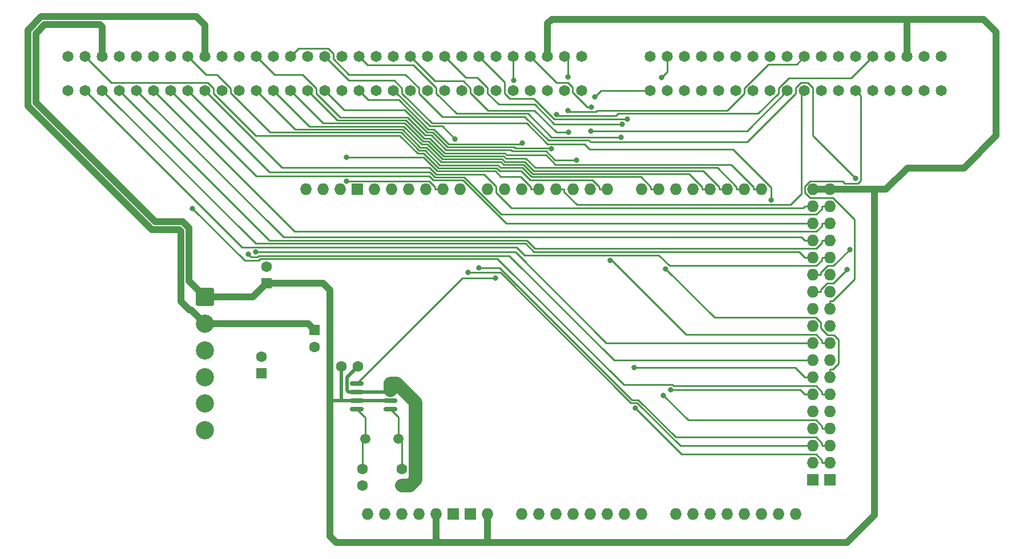
<source format=gbr>
%TF.GenerationSoftware,KiCad,Pcbnew,(6.0.11)*%
%TF.CreationDate,2023-03-11T14:29:23-07:00*%
%TF.ProjectId,arduino-mega-isa-shield,61726475-696e-46f2-9d6d-6567612d6973,rev?*%
%TF.SameCoordinates,Original*%
%TF.FileFunction,Copper,L1,Top*%
%TF.FilePolarity,Positive*%
%FSLAX46Y46*%
G04 Gerber Fmt 4.6, Leading zero omitted, Abs format (unit mm)*
G04 Created by KiCad (PCBNEW (6.0.11)) date 2023-03-11 14:29:23*
%MOMM*%
%LPD*%
G01*
G04 APERTURE LIST*
G04 Aperture macros list*
%AMRoundRect*
0 Rectangle with rounded corners*
0 $1 Rounding radius*
0 $2 $3 $4 $5 $6 $7 $8 $9 X,Y pos of 4 corners*
0 Add a 4 corners polygon primitive as box body*
4,1,4,$2,$3,$4,$5,$6,$7,$8,$9,$2,$3,0*
0 Add four circle primitives for the rounded corners*
1,1,$1+$1,$2,$3*
1,1,$1+$1,$4,$5*
1,1,$1+$1,$6,$7*
1,1,$1+$1,$8,$9*
0 Add four rect primitives between the rounded corners*
20,1,$1+$1,$2,$3,$4,$5,0*
20,1,$1+$1,$4,$5,$6,$7,0*
20,1,$1+$1,$6,$7,$8,$9,0*
20,1,$1+$1,$8,$9,$2,$3,0*%
G04 Aperture macros list end*
%TA.AperFunction,ComponentPad*%
%ADD10C,1.600000*%
%TD*%
%TA.AperFunction,ComponentPad*%
%ADD11R,1.600000X1.600000*%
%TD*%
%TA.AperFunction,ComponentPad*%
%ADD12C,1.500000*%
%TD*%
%TA.AperFunction,ComponentPad*%
%ADD13O,1.727200X1.727200*%
%TD*%
%TA.AperFunction,ComponentPad*%
%ADD14R,1.727200X1.727200*%
%TD*%
%TA.AperFunction,ComponentPad*%
%ADD15C,1.651000*%
%TD*%
%TA.AperFunction,ComponentPad*%
%ADD16RoundRect,0.250001X-1.099999X1.099999X-1.099999X-1.099999X1.099999X-1.099999X1.099999X1.099999X0*%
%TD*%
%TA.AperFunction,ComponentPad*%
%ADD17C,2.700000*%
%TD*%
%TA.AperFunction,SMDPad,CuDef*%
%ADD18RoundRect,0.150000X0.825000X0.150000X-0.825000X0.150000X-0.825000X-0.150000X0.825000X-0.150000X0*%
%TD*%
%TA.AperFunction,ViaPad*%
%ADD19C,0.800000*%
%TD*%
%TA.AperFunction,Conductor*%
%ADD20C,0.500000*%
%TD*%
%TA.AperFunction,Conductor*%
%ADD21C,1.000000*%
%TD*%
%TA.AperFunction,Conductor*%
%ADD22C,0.250000*%
%TD*%
%TA.AperFunction,Conductor*%
%ADD23C,2.000000*%
%TD*%
G04 APERTURE END LIST*
D10*
%TO.P,C6,1*%
%TO.N,+5V*%
X101981000Y-92075000D03*
%TO.P,C6,2*%
%TO.N,GND*%
X104481000Y-92075000D03*
%TD*%
D11*
%TO.P,C2,1*%
%TO.N,+12V*%
X98044000Y-86701600D03*
D10*
%TO.P,C2,2*%
%TO.N,GND*%
X98044000Y-89201600D03*
%TD*%
D11*
%TO.P,C1,1*%
%TO.N,+5V*%
X90932000Y-79756000D03*
D10*
%TO.P,C1,2*%
%TO.N,GND*%
X90932000Y-77256000D03*
%TD*%
%TO.P,C4,1*%
%TO.N,Net-(C4-Pad1)*%
X110998000Y-107335000D03*
%TO.P,C4,2*%
%TO.N,GND*%
X110998000Y-109835000D03*
%TD*%
D11*
%TO.P,C3,1*%
%TO.N,GND*%
X90170000Y-93130400D03*
D10*
%TO.P,C3,2*%
%TO.N,-12V*%
X90170000Y-90630400D03*
%TD*%
D12*
%TO.P,Y1,1,1*%
%TO.N,Net-(C4-Pad1)*%
X110474000Y-102870000D03*
%TO.P,Y1,2,2*%
%TO.N,Net-(C5-Pad1)*%
X105594000Y-102870000D03*
%TD*%
D13*
%TO.P,XA1,*%
%TO.N,*%
X105918000Y-114046000D03*
%TO.P,XA1,3V3,3.3V*%
%TO.N,unconnected-(XA1-Pad3V3)*%
X113538000Y-114046000D03*
%TO.P,XA1,5V1,5V*%
%TO.N,+5V*%
X116078000Y-114046000D03*
%TO.P,XA1,5V3,5V*%
X171958000Y-65786000D03*
%TO.P,XA1,5V4,5V*%
X174498000Y-65786000D03*
%TO.P,XA1,A0,A0*%
%TO.N,/A8*%
X128778000Y-114046000D03*
%TO.P,XA1,A1,A1*%
%TO.N,/A9*%
X131318000Y-114046000D03*
%TO.P,XA1,A2,A2*%
%TO.N,/A10*%
X133858000Y-114046000D03*
%TO.P,XA1,A3,A3*%
%TO.N,/A11*%
X136398000Y-114046000D03*
%TO.P,XA1,A4,A4*%
%TO.N,/A12*%
X138938000Y-114046000D03*
%TO.P,XA1,A5,A5*%
%TO.N,/A13*%
X141478000Y-114046000D03*
%TO.P,XA1,A6,A6*%
%TO.N,/A14*%
X144018000Y-114046000D03*
%TO.P,XA1,A7,A7*%
%TO.N,/A15*%
X146558000Y-114046000D03*
%TO.P,XA1,A8,A8*%
%TO.N,/LA23*%
X151638000Y-114046000D03*
%TO.P,XA1,A9,A9*%
%TO.N,/LA22*%
X154178000Y-114046000D03*
%TO.P,XA1,A10,A10*%
%TO.N,/LA21*%
X156718000Y-114046000D03*
%TO.P,XA1,A11,A11*%
%TO.N,/LA20*%
X159258000Y-114046000D03*
%TO.P,XA1,A12,A12*%
%TO.N,/LA19*%
X161798000Y-114046000D03*
%TO.P,XA1,A13,A13*%
%TO.N,/LA18*%
X164338000Y-114046000D03*
%TO.P,XA1,A14,A14*%
%TO.N,/LA17*%
X166878000Y-114046000D03*
%TO.P,XA1,A15,A15*%
%TO.N,/PK7*%
X169418000Y-114046000D03*
%TO.P,XA1,AREF,AREF*%
%TO.N,unconnected-(XA1-PadAREF)*%
X101854000Y-65786000D03*
%TO.P,XA1,D0,D0_RX0*%
%TO.N,/PE0*%
X141478000Y-65786000D03*
%TO.P,XA1,D1,D1_TX0*%
%TO.N,/ALE*%
X138938000Y-65786000D03*
%TO.P,XA1,D2,D2_INT0*%
%TO.N,/PE4*%
X136398000Y-65786000D03*
%TO.P,XA1,D3,D3_INT1*%
%TO.N,/PE5*%
X133858000Y-65786000D03*
%TO.P,XA1,D4,D4*%
%TO.N,/PG5*%
X131318000Y-65786000D03*
%TO.P,XA1,D5,D5*%
%TO.N,/PE3*%
X128778000Y-65786000D03*
%TO.P,XA1,D6,D6*%
%TO.N,/PH3*%
X126238000Y-65786000D03*
%TO.P,XA1,D7,D7*%
%TO.N,/PH4*%
X123698000Y-65786000D03*
%TO.P,XA1,D8,D8*%
%TO.N,/PH5*%
X119634000Y-65786000D03*
%TO.P,XA1,D9,D9*%
%TO.N,/PH6*%
X117094000Y-65786000D03*
%TO.P,XA1,D10,D10*%
%TO.N,/A4*%
X114554000Y-65786000D03*
%TO.P,XA1,D11,D11*%
%TO.N,/A5*%
X112014000Y-65786000D03*
%TO.P,XA1,D12,D12*%
%TO.N,/A6*%
X109474000Y-65786000D03*
%TO.P,XA1,D13,D13*%
%TO.N,/A7*%
X106934000Y-65786000D03*
%TO.P,XA1,D14,D14_TX3*%
%TO.N,/PJ1*%
X146558000Y-65786000D03*
%TO.P,XA1,D15,D15_RX3*%
%TO.N,/PJ0*%
X149098000Y-65786000D03*
%TO.P,XA1,D16,D16_TX2*%
%TO.N,/PH1*%
X151638000Y-65786000D03*
%TO.P,XA1,D17,D17_RX2*%
%TO.N,/PH0*%
X154178000Y-65786000D03*
%TO.P,XA1,D18,D18_TX1*%
%TO.N,/A19*%
X156718000Y-65786000D03*
%TO.P,XA1,D19,D19_RX1*%
%TO.N,/A18*%
X159258000Y-65786000D03*
%TO.P,XA1,D20,D20_SDA*%
%TO.N,/A17*%
X161798000Y-65786000D03*
%TO.P,XA1,D21,D21_SCL*%
%TO.N,/A16*%
X164338000Y-65786000D03*
%TO.P,XA1,D22,D22*%
%TO.N,/D0*%
X171958000Y-68326000D03*
%TO.P,XA1,D23,D23*%
%TO.N,/D1*%
X174498000Y-68326000D03*
%TO.P,XA1,D24,D24*%
%TO.N,/D2*%
X171958000Y-70866000D03*
%TO.P,XA1,D25,D25*%
%TO.N,/D3*%
X174498000Y-70866000D03*
%TO.P,XA1,D26,D26*%
%TO.N,/D4*%
X171958000Y-73406000D03*
%TO.P,XA1,D27,D27*%
%TO.N,/D5*%
X174498000Y-73406000D03*
%TO.P,XA1,D28,D28*%
%TO.N,/D6*%
X171958000Y-75946000D03*
%TO.P,XA1,D29,D29*%
%TO.N,/D7*%
X174498000Y-75946000D03*
%TO.P,XA1,D30,D30*%
%TO.N,/PC7*%
X171958000Y-78486000D03*
%TO.P,XA1,D31,D31*%
%TO.N,/PC6*%
X174498000Y-78486000D03*
%TO.P,XA1,D32,D32*%
%TO.N,/PC5*%
X171958000Y-81026000D03*
%TO.P,XA1,D33,D33*%
%TO.N,/PC4*%
X174498000Y-81026000D03*
%TO.P,XA1,D34,D34*%
%TO.N,/PC3*%
X171958000Y-83566000D03*
%TO.P,XA1,D35,D35*%
%TO.N,/PC2*%
X174498000Y-83566000D03*
%TO.P,XA1,D36,D36*%
%TO.N,/PC1*%
X171958000Y-86106000D03*
%TO.P,XA1,D37,D37*%
%TO.N,/PC0*%
X174498000Y-86106000D03*
%TO.P,XA1,D38,D38*%
%TO.N,/AEN*%
X171958000Y-88646000D03*
%TO.P,XA1,D39,D39*%
%TO.N,/PG2*%
X174498000Y-88646000D03*
%TO.P,XA1,D40,D40*%
%TO.N,/PG1*%
X171958000Y-91186000D03*
%TO.P,XA1,D41,D41*%
%TO.N,/PG0*%
X174498000Y-91186000D03*
%TO.P,XA1,D42,D42*%
%TO.N,/IRQ7*%
X171958000Y-93726000D03*
%TO.P,XA1,D43,D43*%
%TO.N,/IRQ5*%
X174498000Y-93726000D03*
%TO.P,XA1,D44,D44*%
%TO.N,/IRQ3*%
X171958000Y-96266000D03*
%TO.P,XA1,D45,D45*%
%TO.N,/IRQ2*%
X174498000Y-96266000D03*
%TO.P,XA1,D46,D46*%
%TO.N,/DRQ7*%
X171958000Y-98806000D03*
%TO.P,XA1,D47,D47*%
%TO.N,/DRQ5*%
X174498000Y-98806000D03*
%TO.P,XA1,D48,D48*%
%TO.N,/DRQ3*%
X171958000Y-101346000D03*
%TO.P,XA1,D49,D49*%
%TO.N,/DRQ1*%
X174498000Y-101346000D03*
%TO.P,XA1,D50,D50_MISO*%
%TO.N,/A3*%
X171958000Y-103886000D03*
%TO.P,XA1,D51,D51_MOSI*%
%TO.N,/A2*%
X174498000Y-103886000D03*
%TO.P,XA1,D52,D52_SCK*%
%TO.N,/A1*%
X171958000Y-106426000D03*
%TO.P,XA1,D53,D53_CS*%
%TO.N,/A0*%
X174498000Y-106426000D03*
D14*
%TO.P,XA1,GND1,GND*%
%TO.N,GND*%
X104394000Y-65786000D03*
%TO.P,XA1,GND2,GND*%
X118618000Y-114046000D03*
%TO.P,XA1,GND3,GND*%
X121158000Y-114046000D03*
%TO.P,XA1,GND5,GND*%
X171958000Y-108966000D03*
%TO.P,XA1,GND6,GND*%
X174498000Y-108966000D03*
D13*
%TO.P,XA1,IORF,IOREF*%
%TO.N,unconnected-(XA1-PadIORF)*%
X108458000Y-114046000D03*
%TO.P,XA1,RST1,RESET*%
%TO.N,unconnected-(XA1-PadRST1)*%
X110998000Y-114046000D03*
%TO.P,XA1,SCL,SCL*%
%TO.N,unconnected-(XA1-PadSCL)*%
X96774000Y-65786000D03*
%TO.P,XA1,SDA,SDA*%
%TO.N,unconnected-(XA1-PadSDA)*%
X99314000Y-65786000D03*
%TO.P,XA1,VIN,VIN*%
%TO.N,+5V*%
X123698000Y-114046000D03*
%TD*%
D15*
%TO.P,J1,1,D18*%
%TO.N,GND*%
X191008000Y-46050000D03*
%TO.P,J1,2,D17*%
%TO.N,/PK7*%
X188468000Y-46050000D03*
%TO.P,J1,3,D16*%
%TO.N,+5V*%
X185928000Y-46050000D03*
%TO.P,J1,4,D15*%
%TO.N,/DRQ7*%
X183388000Y-46050000D03*
%TO.P,J1,5,D14*%
%TO.N,/PH4*%
X180848000Y-46050000D03*
%TO.P,J1,6,D13*%
%TO.N,/DRQ6*%
X178308000Y-46050000D03*
%TO.P,J1,7,D12*%
%TO.N,/~{DACK6}*%
X175768000Y-46050000D03*
%TO.P,J1,8,D11*%
%TO.N,/DRQ5*%
X173228000Y-46050000D03*
%TO.P,J1,9,D10*%
%TO.N,/PH3*%
X170688000Y-46050000D03*
%TO.P,J1,10,D9*%
%TO.N,/DRQ0*%
X168148000Y-46050000D03*
%TO.P,J1,11,D8*%
%TO.N,/~{DACK0}*%
X165608000Y-46050000D03*
%TO.P,J1,12,D7*%
%TO.N,/IRQ14*%
X163068000Y-46050000D03*
%TO.P,J1,13,D6*%
%TO.N,/IRQ13*%
X160528000Y-46050000D03*
%TO.P,J1,14,D5*%
%TO.N,/IRQ12*%
X157988000Y-46050000D03*
%TO.P,J1,15,D4*%
%TO.N,/IRQ11*%
X155448000Y-46050000D03*
%TO.P,J1,16,D3*%
%TO.N,/IRQ10*%
X152908000Y-46050000D03*
%TO.P,J1,17,D2*%
%TO.N,/PJ1*%
X150368000Y-46050000D03*
%TO.P,J1,18,D1*%
%TO.N,/~{MEMCS16}*%
X147828000Y-46050000D03*
%TO.P,J1,19,B31*%
%TO.N,GND*%
X137668000Y-46050000D03*
%TO.P,J1,20,B30*%
%TO.N,/OSC_14M318*%
X135128000Y-46050000D03*
%TO.P,J1,21,B29*%
%TO.N,+5V*%
X132588000Y-46050000D03*
%TO.P,J1,22,B28*%
%TO.N,/ALE*%
X130048000Y-46050000D03*
%TO.P,J1,23,B27*%
%TO.N,/PH5*%
X127508000Y-46050000D03*
%TO.P,J1,24,B26*%
%TO.N,/~{DACK2}*%
X124968000Y-46050000D03*
%TO.P,J1,25,B25*%
%TO.N,/IRQ3*%
X122428000Y-46050000D03*
%TO.P,J1,26,B24*%
%TO.N,/IRQ4*%
X119888000Y-46050000D03*
%TO.P,J1,27,B23*%
%TO.N,/IRQ5*%
X117348000Y-46050000D03*
%TO.P,J1,28,B22*%
%TO.N,/IRQ6*%
X114808000Y-46050000D03*
%TO.P,J1,29,B21*%
%TO.N,/IRQ7*%
X112268000Y-46050000D03*
%TO.P,J1,30,B20*%
%TO.N,/OSC_8M*%
X109728000Y-46050000D03*
%TO.P,J1,31,B19*%
%TO.N,/~{REFRESH}*%
X107188000Y-46050000D03*
%TO.P,J1,32,B18*%
%TO.N,/DRQ1*%
X104648000Y-46050000D03*
%TO.P,J1,33,B17*%
%TO.N,/PH0*%
X102108000Y-46050000D03*
%TO.P,J1,34,B16*%
%TO.N,/DRQ3*%
X99568000Y-46050000D03*
%TO.P,J1,35,B15*%
%TO.N,/PH1*%
X97028000Y-46050000D03*
%TO.P,J1,36,B14*%
%TO.N,/PG0*%
X94488000Y-46050000D03*
%TO.P,J1,37,B13*%
%TO.N,/PG1*%
X91948000Y-46050000D03*
%TO.P,J1,38,B12*%
%TO.N,/PG2*%
X89408000Y-46050000D03*
%TO.P,J1,39,B11*%
%TO.N,/PG5*%
X86868000Y-46050000D03*
%TO.P,J1,40,B10*%
%TO.N,GND*%
X84328000Y-46050000D03*
%TO.P,J1,41,B9*%
%TO.N,+12V*%
X81788000Y-46050000D03*
%TO.P,J1,42,B8*%
%TO.N,/PJ0*%
X79248000Y-46050000D03*
%TO.P,J1,43,B7*%
%TO.N,-12V*%
X76708000Y-46050000D03*
%TO.P,J1,44,B6*%
%TO.N,/DRQ2*%
X74168000Y-46050000D03*
%TO.P,J1,45,B5*%
%TO.N,/-5V*%
X71628000Y-46050000D03*
%TO.P,J1,46,B4*%
%TO.N,/IRQ2*%
X69088000Y-46050000D03*
%TO.P,J1,47,B3*%
%TO.N,+5V*%
X66548000Y-46050000D03*
%TO.P,J1,48,B2*%
%TO.N,/PE0*%
X64008000Y-46050000D03*
%TO.P,J1,49,B1*%
%TO.N,GND*%
X61468000Y-46050000D03*
%TO.P,J1,50,C18*%
%TO.N,/PC7*%
X191008000Y-51130000D03*
%TO.P,J1,51,C17*%
%TO.N,/PC6*%
X188468000Y-51130000D03*
%TO.P,J1,52,C16*%
%TO.N,/PC5*%
X185928000Y-51130000D03*
%TO.P,J1,53,C15*%
%TO.N,/PC4*%
X183388000Y-51130000D03*
%TO.P,J1,54,C14*%
%TO.N,/PC3*%
X180848000Y-51130000D03*
%TO.P,J1,55,C13*%
%TO.N,/PC2*%
X178308000Y-51130000D03*
%TO.P,J1,56,C12*%
%TO.N,/PC1*%
X175768000Y-51130000D03*
%TO.P,J1,57,C11*%
%TO.N,/PC0*%
X173228000Y-51130000D03*
%TO.P,J1,58,C10*%
%TO.N,/PE5*%
X170688000Y-51130000D03*
%TO.P,J1,59,C9*%
%TO.N,/PE4*%
X168148000Y-51130000D03*
%TO.P,J1,60,C8*%
%TO.N,/LA17*%
X165608000Y-51130000D03*
%TO.P,J1,61,C7*%
%TO.N,/LA18*%
X163068000Y-51130000D03*
%TO.P,J1,62,C6*%
%TO.N,/LA19*%
X160528000Y-51130000D03*
%TO.P,J1,63,C5*%
%TO.N,/LA20*%
X157988000Y-51130000D03*
%TO.P,J1,64,C4*%
%TO.N,/LA21*%
X155448000Y-51130000D03*
%TO.P,J1,65,C3*%
%TO.N,/LA22*%
X152908000Y-51130000D03*
%TO.P,J1,66,C2*%
%TO.N,/LA23*%
X150368000Y-51130000D03*
%TO.P,J1,67,C1*%
%TO.N,/PE3*%
X147828000Y-51130000D03*
%TO.P,J1,68,A31*%
%TO.N,/A0*%
X137668000Y-51130000D03*
%TO.P,J1,69,A30*%
%TO.N,/A1*%
X135128000Y-51130000D03*
%TO.P,J1,70,A29*%
%TO.N,/A2*%
X132588000Y-51130000D03*
%TO.P,J1,71,A28*%
%TO.N,/A3*%
X130048000Y-51130000D03*
%TO.P,J1,72,A27*%
%TO.N,/A4*%
X127508000Y-51130000D03*
%TO.P,J1,73,A26*%
%TO.N,/A5*%
X124968000Y-51130000D03*
%TO.P,J1,74,A25*%
%TO.N,/A6*%
X122428000Y-51130000D03*
%TO.P,J1,75,A24*%
%TO.N,/A7*%
X119888000Y-51130000D03*
%TO.P,J1,76,A23*%
%TO.N,/A8*%
X117348000Y-51130000D03*
%TO.P,J1,77,A22*%
%TO.N,/A9*%
X114808000Y-51130000D03*
%TO.P,J1,78,A21*%
%TO.N,/A10*%
X112268000Y-51130000D03*
%TO.P,J1,79,A20*%
%TO.N,/A11*%
X109728000Y-51130000D03*
%TO.P,J1,80,A19*%
%TO.N,/A12*%
X107188000Y-51130000D03*
%TO.P,J1,81,A18*%
%TO.N,/A13*%
X104648000Y-51130000D03*
%TO.P,J1,82,A17*%
%TO.N,/A14*%
X102108000Y-51130000D03*
%TO.P,J1,83,A16*%
%TO.N,/A15*%
X99568000Y-51130000D03*
%TO.P,J1,84,A15*%
%TO.N,/A16*%
X97028000Y-51130000D03*
%TO.P,J1,85,A14*%
%TO.N,/A17*%
X94488000Y-51130000D03*
%TO.P,J1,86,A13*%
%TO.N,/A18*%
X91948000Y-51130000D03*
%TO.P,J1,87,A12*%
%TO.N,/A19*%
X89408000Y-51130000D03*
%TO.P,J1,88,A11*%
%TO.N,/AEN*%
X86868000Y-51130000D03*
%TO.P,J1,89,A10*%
%TO.N,/PH6*%
X84328000Y-51130000D03*
%TO.P,J1,90,A9*%
%TO.N,/D0*%
X81788000Y-51130000D03*
%TO.P,J1,91,A8*%
%TO.N,/D1*%
X79248000Y-51130000D03*
%TO.P,J1,92,A7*%
%TO.N,/D2*%
X76708000Y-51130000D03*
%TO.P,J1,93,A6*%
%TO.N,/D3*%
X74168000Y-51130000D03*
%TO.P,J1,94,A5*%
%TO.N,/D4*%
X71628000Y-51130000D03*
%TO.P,J1,95,A4*%
%TO.N,/D5*%
X69088000Y-51130000D03*
%TO.P,J1,96,A3*%
%TO.N,/D6*%
X66548000Y-51130000D03*
%TO.P,J1,97,A2*%
%TO.N,/D7*%
X64008000Y-51130000D03*
%TO.P,J1,98,A1*%
%TO.N,/~{IO_CH_CHK}*%
X61468000Y-51130000D03*
%TD*%
D16*
%TO.P,J2,1,Pin_1*%
%TO.N,+5V*%
X81788000Y-81788000D03*
D17*
%TO.P,J2,2,Pin_2*%
%TO.N,+12V*%
X81788000Y-85748000D03*
%TO.P,J2,3,Pin_3*%
%TO.N,-12V*%
X81788000Y-89708000D03*
%TO.P,J2,4,Pin_4*%
%TO.N,GND*%
X81788000Y-93668000D03*
%TO.P,J2,5,Pin_5*%
X81788000Y-97628000D03*
%TO.P,J2,6,Pin_6*%
X81788000Y-101588000D03*
%TD*%
D10*
%TO.P,C5,1*%
%TO.N,Net-(C5-Pad1)*%
X105156000Y-107335000D03*
%TO.P,C5,2*%
%TO.N,GND*%
X105156000Y-109835000D03*
%TD*%
D18*
%TO.P,U1,1,X1*%
%TO.N,Net-(C4-Pad1)*%
X109282000Y-98425000D03*
%TO.P,U1,2,VDD*%
%TO.N,+5V*%
X109282000Y-97155000D03*
%TO.P,U1,3,GND*%
%TO.N,GND*%
X109282000Y-95885000D03*
%TO.P,U1,4,S1*%
X109282000Y-94615000D03*
%TO.P,U1,5,CLK*%
%TO.N,/OSC_14M318*%
X104332000Y-94615000D03*
%TO.P,U1,6,S0*%
%TO.N,GND*%
X104332000Y-95885000D03*
%TO.P,U1,7,OE*%
%TO.N,+5V*%
X104332000Y-97155000D03*
%TO.P,U1,8,X2*%
%TO.N,Net-(C5-Pad1)*%
X104332000Y-98425000D03*
%TD*%
D19*
%TO.N,/PH4*%
X133928200Y-54641500D03*
%TO.N,/PH3*%
X135630200Y-54086600D03*
%TO.N,/PJ1*%
X149485800Y-49210100D03*
%TO.N,/OSC_14M318*%
X135637800Y-49056800D03*
X124866900Y-78958200D03*
%TO.N,/ALE*%
X139115500Y-53556800D03*
%TO.N,/PH5*%
X127606400Y-49577200D03*
%TO.N,/IRQ3*%
X144432400Y-55368200D03*
X150837100Y-95567900D03*
%TO.N,/IRQ5*%
X143691800Y-56098800D03*
X150123000Y-77622700D03*
%TO.N,/IRQ7*%
X135684900Y-57326900D03*
X145403700Y-92238500D03*
%TO.N,/DRQ1*%
X143455000Y-58052100D03*
X149787100Y-96414900D03*
%TO.N,/DRQ3*%
X165799300Y-67338200D03*
%TO.N,/PG0*%
X178298900Y-64165400D03*
%TO.N,/PG1*%
X88231600Y-75445300D03*
%TO.N,/PG2*%
X141907500Y-76317800D03*
X136910400Y-61412100D03*
%TO.N,/PG5*%
X102765300Y-61061500D03*
%TO.N,/IRQ2*%
X79932200Y-68609900D03*
%TO.N,/PE4*%
X139029400Y-57102300D03*
%TO.N,/PE3*%
X139637500Y-52009400D03*
%TO.N,/A0*%
X145593500Y-98242200D03*
%TO.N,/A2*%
X122384300Y-77422600D03*
%TO.N,/A3*%
X120826100Y-78153000D03*
%TO.N,/A11*%
X118870400Y-58315500D03*
%TO.N,/A13*%
X128873200Y-58942900D03*
%TO.N,/A15*%
X133166600Y-59785400D03*
%TO.N,/AEN*%
X89272700Y-75121000D03*
%TO.N,/PH6*%
X102746700Y-64572200D03*
%TO.N,/PC7*%
X177405400Y-74739700D03*
%TO.N,/PC5*%
X176997100Y-77709500D03*
%TD*%
D20*
%TO.N,GND*%
X102870000Y-95631000D02*
X103124000Y-95885000D01*
X103124000Y-95885000D02*
X104332000Y-95885000D01*
X102870000Y-93686000D02*
X102870000Y-95631000D01*
X104481000Y-92075000D02*
X102870000Y-93686000D01*
X104332000Y-95885000D02*
X109282000Y-95885000D01*
%TO.N,+5V*%
X101981000Y-92075000D02*
X101981000Y-97155000D01*
X100457000Y-97155000D02*
X101981000Y-97155000D01*
X101981000Y-97155000D02*
X104332000Y-97155000D01*
X104332000Y-97155000D02*
X109282000Y-97155000D01*
D21*
X56691000Y-52889838D02*
X56691000Y-42623000D01*
X79424000Y-79424000D02*
X79424000Y-71558837D01*
X123317000Y-118237000D02*
X122301000Y-118237000D01*
X177038000Y-118237000D02*
X181102000Y-114173000D01*
X197239000Y-40513000D02*
X185547000Y-40513000D01*
X57990000Y-41324000D02*
X66216000Y-41324000D01*
X123698000Y-117856000D02*
X123317000Y-118237000D01*
X185982894Y-62611000D02*
X194364894Y-62611000D01*
X116078000Y-117856000D02*
X116078000Y-114046000D01*
X132588000Y-41148000D02*
X133223000Y-40513000D01*
X56691000Y-42623000D02*
X57990000Y-41324000D01*
X185928000Y-40894000D02*
X185928000Y-46050000D01*
X123317000Y-118237000D02*
X177038000Y-118237000D01*
X99314000Y-79756000D02*
X100330000Y-80772000D01*
X116459000Y-118237000D02*
X116078000Y-117856000D01*
X100330000Y-117348000D02*
X101219000Y-118237000D01*
X199144000Y-42418000D02*
X197239000Y-40513000D01*
X123698000Y-114046000D02*
X123698000Y-117856000D01*
X185547000Y-40513000D02*
X185928000Y-40894000D01*
X117348000Y-118237000D02*
X116459000Y-118237000D01*
X122301000Y-118237000D02*
X123317000Y-118237000D01*
X199144000Y-57831894D02*
X199144000Y-42418000D01*
X181102000Y-114173000D02*
X181102000Y-65786000D01*
X74364162Y-70563000D02*
X56691000Y-52889838D01*
X132588000Y-46050000D02*
X132588000Y-41148000D01*
X88900000Y-81788000D02*
X90932000Y-79756000D01*
X174498000Y-65786000D02*
X181102000Y-65786000D01*
X81788000Y-81788000D02*
X79424000Y-79424000D01*
X100330000Y-80772000D02*
X100330000Y-97282000D01*
X100330000Y-97282000D02*
X100330000Y-117348000D01*
X81407000Y-82169000D02*
X81788000Y-81788000D01*
X122301000Y-118237000D02*
X117348000Y-118237000D01*
X78428163Y-70563000D02*
X74364162Y-70563000D01*
X181102000Y-65786000D02*
X182807894Y-65786000D01*
X101219000Y-118237000D02*
X116459000Y-118237000D01*
D22*
X100457000Y-97155000D02*
X100330000Y-97282000D01*
D21*
X66548000Y-41656000D02*
X66548000Y-46050000D01*
X81788000Y-81788000D02*
X88900000Y-81788000D01*
X133223000Y-40513000D02*
X185547000Y-40513000D01*
X66216000Y-41324000D02*
X66548000Y-41656000D01*
X116459000Y-118237000D02*
X117348000Y-118237000D01*
X79424000Y-71558837D02*
X78428163Y-70563000D01*
X182807894Y-65786000D02*
X185982894Y-62611000D01*
X194364894Y-62611000D02*
X199144000Y-57831894D01*
X90932000Y-79756000D02*
X99314000Y-79756000D01*
X171958000Y-65786000D02*
X174498000Y-65786000D01*
%TO.N,+12V*%
X55491000Y-53386894D02*
X55491000Y-42117106D01*
X79502000Y-83693000D02*
X78224000Y-82415000D01*
X97090400Y-85748000D02*
X98044000Y-86701600D01*
X55491000Y-42117106D02*
X57484106Y-40124000D01*
X81788000Y-85748000D02*
X97090400Y-85748000D01*
X73867106Y-71763000D02*
X55491000Y-53386894D01*
X77931107Y-71763000D02*
X73867106Y-71763000D01*
X79733000Y-83693000D02*
X79502000Y-83693000D01*
X80510000Y-40124000D02*
X81788000Y-41402000D01*
X81788000Y-85748000D02*
X79733000Y-83693000D01*
X57484106Y-40124000D02*
X80510000Y-40124000D01*
X81788000Y-41402000D02*
X81788000Y-46050000D01*
X78224000Y-82415000D02*
X78224000Y-72055893D01*
X78224000Y-72055893D02*
X77931107Y-71763000D01*
D23*
%TO.N,GND*%
X110998000Y-109835000D02*
X112129370Y-109835000D01*
X113030000Y-108934370D02*
X113030000Y-97409000D01*
X110236000Y-94615000D02*
X109282000Y-94615000D01*
D22*
X109282000Y-95655000D02*
X109282000Y-95885000D01*
X109282000Y-95885000D02*
X110998000Y-95885000D01*
D23*
X113030000Y-97409000D02*
X110236000Y-94615000D01*
X112129370Y-109835000D02*
X113030000Y-108934370D01*
X109282000Y-94615000D02*
X109282000Y-95655000D01*
D22*
%TO.N,/PH4*%
X143060500Y-54536800D02*
X142771400Y-54825900D01*
X163852700Y-54536800D02*
X143060500Y-54536800D01*
X177619200Y-49278800D02*
X168354900Y-49278800D01*
X142771400Y-54825900D02*
X134112600Y-54825900D01*
X166878000Y-51511500D02*
X163852700Y-54536800D01*
X166878000Y-50755700D02*
X166878000Y-51511500D01*
X168354900Y-49278800D02*
X166878000Y-50755700D01*
X180848000Y-46050000D02*
X177619200Y-49278800D01*
X134112600Y-54825900D02*
X133928200Y-54641500D01*
%TO.N,/PH3*%
X135630200Y-54086600D02*
X135825500Y-54281900D01*
X139738600Y-54281900D02*
X139933900Y-54086600D01*
X139933900Y-54086600D02*
X159236100Y-54086600D01*
X169537300Y-47200700D02*
X170688000Y-46050000D01*
X161798000Y-51524700D02*
X161798000Y-50768500D01*
X161798000Y-50768500D02*
X165365800Y-47200700D01*
X165365800Y-47200700D02*
X169537300Y-47200700D01*
X135825500Y-54281900D02*
X139738600Y-54281900D01*
X159236100Y-54086600D02*
X161798000Y-51524700D01*
%TO.N,/PJ1*%
X150368000Y-48327900D02*
X149485800Y-49210100D01*
X150368000Y-46050000D02*
X150368000Y-48327900D01*
%TO.N,/OSC_14M318*%
X135128000Y-46050000D02*
X135637800Y-46559800D01*
X135637800Y-46559800D02*
X135637800Y-49056800D01*
X119988800Y-78958200D02*
X104332000Y-94615000D01*
X124866900Y-78958200D02*
X119988800Y-78958200D01*
%TO.N,/ALE*%
X136278700Y-51373800D02*
X138461700Y-53556800D01*
X135607000Y-49923400D02*
X136278700Y-50595100D01*
X130048000Y-46050000D02*
X133921400Y-49923400D01*
X138461700Y-53556800D02*
X139115500Y-53556800D01*
X133921400Y-49923400D02*
X135607000Y-49923400D01*
X136278700Y-50595100D02*
X136278700Y-51373800D01*
%TO.N,/PH5*%
X127508000Y-46050000D02*
X127508000Y-49478800D01*
X127508000Y-49478800D02*
X127606400Y-49577200D01*
%TO.N,/IRQ3*%
X133600600Y-55368200D02*
X144432400Y-55368200D01*
X130513100Y-52280700D02*
X133600600Y-55368200D01*
X171958000Y-96266000D02*
X170769300Y-96266000D01*
X150837100Y-95567900D02*
X170071200Y-95567900D01*
X170071200Y-95567900D02*
X170769300Y-96266000D01*
X126238000Y-49860000D02*
X126238000Y-51504300D01*
X122428000Y-46050000D02*
X126238000Y-49860000D01*
X126238000Y-51504300D02*
X127014400Y-52280700D01*
X127014400Y-52280700D02*
X130513100Y-52280700D01*
%TO.N,/IRQ5*%
X175722000Y-91684800D02*
X175722000Y-88128300D01*
X157336300Y-84836000D02*
X150123000Y-77622700D01*
X117348000Y-46050000D02*
X120437400Y-49139400D01*
X174166900Y-87457200D02*
X173146800Y-86437100D01*
X173146800Y-86437100D02*
X173146800Y-85591600D01*
X123698000Y-50712200D02*
X123698000Y-51535500D01*
X125343400Y-53180900D02*
X130699800Y-53180900D01*
X174498000Y-92537300D02*
X174869500Y-92537300D01*
X174869500Y-92537300D02*
X175722000Y-91684800D01*
X122125200Y-49139400D02*
X123698000Y-50712200D01*
X123698000Y-51535500D02*
X125343400Y-53180900D01*
X130699800Y-53180900D02*
X133617700Y-56098800D01*
X175722000Y-88128300D02*
X175050900Y-87457200D01*
X172391200Y-84836000D02*
X157336300Y-84836000D01*
X175050900Y-87457200D02*
X174166900Y-87457200D01*
X120437400Y-49139400D02*
X122125200Y-49139400D01*
X133617700Y-56098800D02*
X143691800Y-56098800D01*
X173146800Y-85591600D02*
X172391200Y-84836000D01*
X174498000Y-93726000D02*
X174498000Y-92537300D01*
%TO.N,/IRQ7*%
X169281800Y-92238500D02*
X170769300Y-93726000D01*
X120097500Y-49708900D02*
X121158000Y-50769400D01*
X121158000Y-51489100D02*
X123750000Y-54081100D01*
X133905100Y-57326900D02*
X135684900Y-57326900D01*
X123750000Y-54081100D02*
X130659300Y-54081100D01*
X130659300Y-54081100D02*
X133905100Y-57326900D01*
X171958000Y-93726000D02*
X170769300Y-93726000D01*
X145403700Y-92238500D02*
X169281800Y-92238500D01*
X121158000Y-50769400D02*
X121158000Y-51489100D01*
X112268000Y-46050000D02*
X115926900Y-49708900D01*
X115926900Y-49708900D02*
X120097500Y-49708900D01*
%TO.N,/DRQ1*%
X129673700Y-54531300D02*
X119102100Y-54531300D01*
X143455000Y-58052100D02*
X133194500Y-58052100D01*
X119102100Y-54531300D02*
X116078000Y-51507200D01*
X149787100Y-96414900D02*
X153448200Y-100076000D01*
X116078000Y-50733800D02*
X112664200Y-47320000D01*
X105918000Y-47320000D02*
X104648000Y-46050000D01*
X133194500Y-58052100D02*
X129673700Y-54531300D01*
X153448200Y-100076000D02*
X172408700Y-100076000D01*
X116078000Y-51507200D02*
X116078000Y-50733800D01*
X173309300Y-100976600D02*
X173309300Y-101346000D01*
X172408700Y-100076000D02*
X173309300Y-100976600D01*
X174498000Y-101346000D02*
X173309300Y-101346000D01*
X112664200Y-47320000D02*
X105918000Y-47320000D01*
%TO.N,/DRQ3*%
X110998000Y-51514700D02*
X115434700Y-55951400D01*
X110998000Y-50740400D02*
X110998000Y-51514700D01*
X138802000Y-59809500D02*
X160072400Y-59809500D01*
X165799200Y-67338200D02*
X165799300Y-67338200D01*
X165799200Y-65536300D02*
X165799200Y-67338200D01*
X132581800Y-59053200D02*
X138045700Y-59053200D01*
X160072400Y-59809500D02*
X165799200Y-65536300D01*
X115434700Y-55951400D02*
X129480000Y-55951400D01*
X138045700Y-59053200D02*
X138802000Y-59809500D01*
X103133700Y-49615700D02*
X109873300Y-49615700D01*
X109873300Y-49615700D02*
X110998000Y-50740400D01*
X99568000Y-46050000D02*
X103133700Y-49615700D01*
X129480000Y-55951400D02*
X132581800Y-59053200D01*
%TO.N,/PG0*%
X138690400Y-58502300D02*
X138965900Y-58777800D01*
X100838000Y-46415400D02*
X103138100Y-48715500D01*
X94488000Y-46050000D02*
X95689300Y-44848700D01*
X113538000Y-50733100D02*
X113538000Y-51501000D01*
X117018500Y-54981500D02*
X129223700Y-54981500D01*
X95689300Y-44848700D02*
X100074800Y-44848700D01*
X171178300Y-49956700D02*
X171958000Y-50736400D01*
X103138100Y-48715500D02*
X111520400Y-48715500D01*
X170176700Y-49956700D02*
X171178300Y-49956700D01*
X138965900Y-58777800D02*
X162183900Y-58777800D01*
X111520400Y-48715500D02*
X113538000Y-50733100D01*
X171958000Y-57824500D02*
X178298900Y-64165400D01*
X113538000Y-51501000D02*
X117018500Y-54981500D01*
X162183900Y-58777800D02*
X169418000Y-51543700D01*
X132744500Y-58502300D02*
X138690400Y-58502300D01*
X169418000Y-50715400D02*
X170176700Y-49956700D01*
X100838000Y-45611900D02*
X100838000Y-46415400D01*
X169418000Y-51543700D02*
X169418000Y-50715400D01*
X100074800Y-44848700D02*
X100838000Y-45611900D01*
X129223700Y-54981500D02*
X132744500Y-58502300D01*
X171958000Y-50736400D02*
X171958000Y-57824500D01*
%TO.N,/PG1*%
X126904100Y-75650200D02*
X89769200Y-75650200D01*
X142439900Y-91186000D02*
X126904100Y-75650200D01*
X89769200Y-75650200D02*
X89545900Y-75873500D01*
X88659800Y-75873500D02*
X88231600Y-75445300D01*
X170769300Y-91186000D02*
X142439900Y-91186000D01*
X171958000Y-91186000D02*
X170769300Y-91186000D01*
X89545900Y-75873500D02*
X88659800Y-75873500D01*
%TO.N,/PG2*%
X172408700Y-87376000D02*
X173309300Y-88276600D01*
X117536500Y-59940800D02*
X127128700Y-59940800D01*
X174498000Y-88646000D02*
X173309300Y-88646000D01*
X115347500Y-57751800D02*
X117536500Y-59940800D01*
X98298000Y-51509400D02*
X101861100Y-55072500D01*
X141907500Y-76317800D02*
X142103200Y-76317800D01*
X101861100Y-55072500D02*
X111790000Y-55072500D01*
X127306000Y-60118100D02*
X132414200Y-60118100D01*
X92067300Y-48709300D02*
X96259700Y-48709300D01*
X89408000Y-46050000D02*
X92067300Y-48709300D01*
X114469300Y-57751800D02*
X115347500Y-57751800D01*
X96259700Y-48709300D02*
X98298000Y-50747600D01*
X142103200Y-76317800D02*
X153161400Y-87376000D01*
X173309300Y-88276600D02*
X173309300Y-88646000D01*
X133708200Y-61412100D02*
X136910400Y-61412100D01*
X127128700Y-59940800D02*
X127306000Y-60118100D01*
X111790000Y-55072500D02*
X114469300Y-57751800D01*
X153161400Y-87376000D02*
X172408700Y-87376000D01*
X132414200Y-60118100D02*
X133708200Y-61412100D01*
X98298000Y-50747600D02*
X98298000Y-51509400D01*
%TO.N,/PG5*%
X128581600Y-63872900D02*
X130129300Y-65420600D01*
X131318000Y-65786000D02*
X130129300Y-65786000D01*
X116231000Y-63091500D02*
X124868100Y-63091500D01*
X125649500Y-63872900D02*
X128581600Y-63872900D01*
X124868100Y-63091500D02*
X125649500Y-63872900D01*
X114201000Y-61061500D02*
X116231000Y-63091500D01*
X102765300Y-61061500D02*
X114201000Y-61061500D01*
X130129300Y-65420600D02*
X130129300Y-65786000D01*
%TO.N,/PJ0*%
X113536800Y-60002300D02*
X114415000Y-60002300D01*
X110857500Y-57323000D02*
X113536800Y-60002300D01*
X149098000Y-65786000D02*
X147909300Y-65786000D01*
X114415000Y-60002300D02*
X116604000Y-62191300D01*
X81907300Y-48709300D02*
X83559700Y-48709300D01*
X83559700Y-48709300D02*
X85598000Y-50747600D01*
X116604000Y-62191300D02*
X125241100Y-62191300D01*
X125241100Y-62191300D02*
X125616600Y-62566800D01*
X85598000Y-51499100D02*
X91421900Y-57323000D01*
X146430300Y-63937600D02*
X147909300Y-65416600D01*
X125616600Y-62566800D02*
X128828000Y-62566800D01*
X128828000Y-62566800D02*
X130198800Y-63937600D01*
X147909300Y-65416600D02*
X147909300Y-65786000D01*
X79248000Y-46050000D02*
X81907300Y-48709300D01*
X91421900Y-57323000D02*
X110857500Y-57323000D01*
X85598000Y-50747600D02*
X85598000Y-51499100D01*
X130198800Y-63937600D02*
X146430300Y-63937600D01*
%TO.N,/IRQ2*%
X125156200Y-76108300D02*
X89947700Y-76108300D01*
X151290700Y-94996000D02*
X151137500Y-94842800D01*
X87658700Y-76336400D02*
X79932200Y-68609900D01*
X173309300Y-95896600D02*
X172408700Y-94996000D01*
X89719600Y-76336400D02*
X87658700Y-76336400D01*
X173309300Y-96266000D02*
X173309300Y-95896600D01*
X151137500Y-94842800D02*
X143890700Y-94842800D01*
X174498000Y-96266000D02*
X173309300Y-96266000D01*
X172408700Y-94996000D02*
X151290700Y-94996000D01*
X89947700Y-76108300D02*
X89719600Y-76336400D01*
X143890700Y-94842800D02*
X125156200Y-76108300D01*
%TO.N,/PE0*%
X114228500Y-60452400D02*
X116417500Y-62641400D01*
X141478000Y-65786000D02*
X140289300Y-65786000D01*
X67874800Y-49916800D02*
X82202200Y-49916800D01*
X140289300Y-65456100D02*
X140289300Y-65786000D01*
X83058000Y-50772600D02*
X83058000Y-51515600D01*
X89315500Y-57773100D02*
X110671000Y-57773100D01*
X130012300Y-64387700D02*
X139220900Y-64387700D01*
X125430100Y-63016900D02*
X128641500Y-63016900D01*
X139220900Y-64387700D02*
X140289300Y-65456100D01*
X110671000Y-57773100D02*
X113350300Y-60452400D01*
X113350300Y-60452400D02*
X114228500Y-60452400D01*
X125054600Y-62641400D02*
X125430100Y-63016900D01*
X83058000Y-51515600D02*
X89315500Y-57773100D01*
X64008000Y-46050000D02*
X67874800Y-49916800D01*
X116417500Y-62641400D02*
X125054600Y-62641400D01*
X82202200Y-49916800D02*
X83058000Y-50772600D01*
X128641500Y-63016900D02*
X130012300Y-64387700D01*
%TO.N,/PE5*%
X168620300Y-68063300D02*
X170244300Y-66439300D01*
X136954500Y-68063300D02*
X168620300Y-68063300D01*
X135046700Y-66155500D02*
X136954500Y-68063300D01*
X133858000Y-65786000D02*
X135046700Y-65786000D01*
X135046700Y-65786000D02*
X135046700Y-66155500D01*
X170244300Y-51573700D02*
X170688000Y-51130000D01*
X170244300Y-66439300D02*
X170244300Y-51573700D01*
%TO.N,/PE4*%
X162175700Y-57102300D02*
X139029400Y-57102300D01*
X168148000Y-51130000D02*
X162175700Y-57102300D01*
%TO.N,/PE3*%
X140516900Y-51130000D02*
X139637500Y-52009400D01*
X147828000Y-51130000D02*
X140516900Y-51130000D01*
%TO.N,/A0*%
X145593500Y-98242200D02*
X152507300Y-105156000D01*
X174498000Y-106426000D02*
X173309300Y-106426000D01*
X152507300Y-105156000D02*
X172408700Y-105156000D01*
X173309300Y-106056600D02*
X173309300Y-106426000D01*
X172408700Y-105156000D02*
X173309300Y-106056600D01*
%TO.N,/A2*%
X173309300Y-103886000D02*
X173309300Y-103516600D01*
X173309300Y-103516600D02*
X172408700Y-102616000D01*
X125493800Y-77422600D02*
X122384300Y-77422600D01*
X172408700Y-102616000D02*
X151629400Y-102616000D01*
X174498000Y-103886000D02*
X173309300Y-103886000D01*
X145125000Y-97053800D02*
X125493800Y-77422600D01*
X151629400Y-102616000D02*
X146067200Y-97053800D01*
X146067200Y-97053800D02*
X145125000Y-97053800D01*
%TO.N,/A3*%
X171958000Y-103886000D02*
X152262800Y-103886000D01*
X145893900Y-97517100D02*
X144951700Y-97517100D01*
X152262800Y-103886000D02*
X145893900Y-97517100D01*
X125587600Y-78153000D02*
X120826100Y-78153000D01*
X144951700Y-97517100D02*
X125587600Y-78153000D01*
%TO.N,/A11*%
X109728000Y-51130000D02*
X109826300Y-51130000D01*
X109826300Y-51130000D02*
X115097800Y-56401500D01*
X116956400Y-56401500D02*
X118870400Y-58315500D01*
X115097800Y-56401500D02*
X116956400Y-56401500D01*
%TO.N,/A13*%
X110526700Y-52467100D02*
X114911200Y-56851600D01*
X114911200Y-56851600D02*
X115720500Y-56851600D01*
X104648000Y-51130000D02*
X105985100Y-52467100D01*
X128775500Y-59040600D02*
X128873200Y-58942900D01*
X105985100Y-52467100D02*
X110526700Y-52467100D01*
X117909500Y-59040600D02*
X128775500Y-59040600D01*
X115720500Y-56851600D02*
X117909500Y-59040600D01*
%TO.N,/A15*%
X127810700Y-59668000D02*
X133049200Y-59668000D01*
X117723000Y-59490700D02*
X127633400Y-59490700D01*
X115534000Y-57301700D02*
X117723000Y-59490700D01*
X99568000Y-51130000D02*
X102394700Y-53956700D01*
X111379600Y-53956700D02*
X114724600Y-57301700D01*
X102394700Y-53956700D02*
X111379600Y-53956700D01*
X114724600Y-57301700D02*
X115534000Y-57301700D01*
X127633400Y-59490700D02*
X127810700Y-59668000D01*
X133049200Y-59668000D02*
X133166600Y-59785400D01*
%TO.N,/A16*%
X163149300Y-65416600D02*
X163149300Y-65786000D01*
X164338000Y-65786000D02*
X163149300Y-65786000D01*
X101420600Y-55522600D02*
X111603500Y-55522600D01*
X126250400Y-60390900D02*
X126587200Y-60727700D01*
X126587200Y-60727700D02*
X132387000Y-60727700D01*
X114282800Y-58201900D02*
X115161000Y-58201900D01*
X132387000Y-60727700D02*
X133796500Y-62137200D01*
X117350000Y-60390900D02*
X126250400Y-60390900D01*
X159869900Y-62137200D02*
X163149300Y-65416600D01*
X97028000Y-51130000D02*
X101420600Y-55522600D01*
X115161000Y-58201900D02*
X117350000Y-60390900D01*
X111603500Y-55522600D02*
X114282800Y-58201900D01*
X133796500Y-62137200D02*
X159869900Y-62137200D01*
%TO.N,/A17*%
X157780000Y-62587300D02*
X160609300Y-65416600D01*
X126439400Y-61216500D02*
X129387500Y-61216500D01*
X117163500Y-60841000D02*
X126063900Y-60841000D01*
X129387500Y-61216500D02*
X130758300Y-62587300D01*
X114096300Y-58652000D02*
X114974500Y-58652000D01*
X160609300Y-65416600D02*
X160609300Y-65786000D01*
X114974500Y-58652000D02*
X117163500Y-60841000D01*
X130758300Y-62587300D02*
X157780000Y-62587300D01*
X111417000Y-55972700D02*
X114096300Y-58652000D01*
X99330700Y-55972700D02*
X111417000Y-55972700D01*
X161798000Y-65786000D02*
X160609300Y-65786000D01*
X94488000Y-51130000D02*
X99330700Y-55972700D01*
X126063900Y-60841000D02*
X126439400Y-61216500D01*
%TO.N,/A18*%
X155690100Y-63037400D02*
X158069300Y-65416600D01*
X130571800Y-63037400D02*
X155690100Y-63037400D01*
X91948000Y-51130000D02*
X97240800Y-56422800D01*
X113909800Y-59102100D02*
X114788000Y-59102100D01*
X125877400Y-61291100D02*
X126252900Y-61666600D01*
X114788000Y-59102100D02*
X116977000Y-61291100D01*
X111230500Y-56422800D02*
X113909800Y-59102100D01*
X116977000Y-61291100D02*
X125877400Y-61291100D01*
X97240800Y-56422800D02*
X111230500Y-56422800D01*
X158069300Y-65416600D02*
X158069300Y-65786000D01*
X129201000Y-61666600D02*
X130571800Y-63037400D01*
X159258000Y-65786000D02*
X158069300Y-65786000D01*
X126252900Y-61666600D02*
X129201000Y-61666600D01*
%TO.N,/A19*%
X126066400Y-62116700D02*
X129014500Y-62116700D01*
X155529300Y-65416600D02*
X155529300Y-65786000D01*
X130385300Y-63487500D02*
X153600200Y-63487500D01*
X114601500Y-59552200D02*
X116790500Y-61741200D01*
X156718000Y-65786000D02*
X155529300Y-65786000D01*
X113723300Y-59552200D02*
X114601500Y-59552200D01*
X129014500Y-62116700D02*
X130385300Y-63487500D01*
X95150900Y-56872900D02*
X111044000Y-56872900D01*
X111044000Y-56872900D02*
X113723300Y-59552200D01*
X125690900Y-61741200D02*
X126066400Y-62116700D01*
X89408000Y-51130000D02*
X95150900Y-56872900D01*
X153600200Y-63487500D02*
X155529300Y-65416600D01*
X116790500Y-61741200D02*
X125690900Y-61741200D01*
%TO.N,/AEN*%
X171958000Y-88646000D02*
X170769300Y-88646000D01*
X127805100Y-75121000D02*
X89272700Y-75121000D01*
X170769300Y-88646000D02*
X141330100Y-88646000D01*
X141330100Y-88646000D02*
X127805100Y-75121000D01*
%TO.N,/PH6*%
X115060900Y-64572200D02*
X102746700Y-64572200D01*
X115905300Y-65786000D02*
X115905300Y-65416600D01*
X115905300Y-65416600D02*
X115060900Y-64572200D01*
X117094000Y-65786000D02*
X115905300Y-65786000D01*
%TO.N,/D0*%
X124968000Y-65374800D02*
X124968000Y-66274900D01*
X123134800Y-63541600D02*
X124968000Y-65374800D01*
X171958000Y-68326000D02*
X170769300Y-68326000D01*
X116044500Y-63541600D02*
X123134800Y-63541600D01*
X81788000Y-51130000D02*
X93230300Y-62572300D01*
X127252800Y-68559700D02*
X170535600Y-68559700D01*
X115075200Y-62572300D02*
X116044500Y-63541600D01*
X170535600Y-68559700D02*
X170769300Y-68326000D01*
X124968000Y-66274900D02*
X127252800Y-68559700D01*
X93230300Y-62572300D02*
X115075200Y-62572300D01*
%TO.N,/D1*%
X125726800Y-69516600D02*
X172488100Y-69516600D01*
X120201900Y-63991700D02*
X125726800Y-69516600D01*
X115113800Y-63247500D02*
X115858000Y-63991700D01*
X115858000Y-63991700D02*
X120201900Y-63991700D01*
X172488100Y-69516600D02*
X173309300Y-68695400D01*
X174498000Y-68326000D02*
X173309300Y-68326000D01*
X79248000Y-51130000D02*
X91365500Y-63247500D01*
X173309300Y-68695400D02*
X173309300Y-68326000D01*
X91365500Y-63247500D02*
X115113800Y-63247500D01*
%TO.N,/D2*%
X76708000Y-51130000D02*
X89383000Y-63805000D01*
X115671500Y-64441800D02*
X120015300Y-64441800D01*
X89383000Y-63805000D02*
X115034700Y-63805000D01*
X126439500Y-70866000D02*
X171958000Y-70866000D01*
X120015300Y-64441800D02*
X126439500Y-70866000D01*
X115034700Y-63805000D02*
X115671500Y-64441800D01*
%TO.N,/D3*%
X173309300Y-71235400D02*
X172488100Y-72056600D01*
X174498000Y-70866000D02*
X173309300Y-70866000D01*
X95094600Y-72056600D02*
X74168000Y-51130000D01*
X172488100Y-72056600D02*
X95094600Y-72056600D01*
X173309300Y-70866000D02*
X173309300Y-71235400D01*
%TO.N,/D4*%
X93411500Y-72913500D02*
X170276800Y-72913500D01*
X171958000Y-73406000D02*
X170769300Y-73406000D01*
X170276800Y-72913500D02*
X170769300Y-73406000D01*
X71628000Y-51130000D02*
X93411500Y-72913500D01*
%TO.N,/D5*%
X91355600Y-73397600D02*
X69088000Y-51130000D01*
X172461300Y-74595700D02*
X130726200Y-74595700D01*
X130726200Y-74595700D02*
X129528100Y-73397600D01*
X173309300Y-73747700D02*
X172461300Y-74595700D01*
X173309300Y-73406000D02*
X173309300Y-73747700D01*
X129528100Y-73397600D02*
X91355600Y-73397600D01*
X174498000Y-73406000D02*
X173309300Y-73406000D01*
%TO.N,/D6*%
X169869200Y-75045900D02*
X170769300Y-75946000D01*
X171958000Y-75946000D02*
X170769300Y-75946000D01*
X66548000Y-51130000D02*
X89265700Y-73847700D01*
X89265700Y-73847700D02*
X129341600Y-73847700D01*
X129341600Y-73847700D02*
X130539800Y-75045900D01*
X130539800Y-75045900D02*
X169869200Y-75045900D01*
%TO.N,/D7*%
X174498000Y-75946000D02*
X173309300Y-75946000D01*
X173309300Y-76315400D02*
X172488100Y-77136600D01*
X173309300Y-75946000D02*
X173309300Y-76315400D01*
X87255800Y-74377800D02*
X64008000Y-51130000D01*
X129193200Y-75592700D02*
X127978300Y-74377800D01*
X172488100Y-77136600D02*
X150662400Y-77136600D01*
X149118500Y-75592700D02*
X129193200Y-75592700D01*
X150662400Y-77136600D02*
X149118500Y-75592700D01*
X127978300Y-74377800D02*
X87255800Y-74377800D01*
%TO.N,Net-(C4-Pad1)*%
X110474000Y-102870000D02*
X110474000Y-99617000D01*
X110998000Y-107335000D02*
X110998000Y-103394000D01*
X110474000Y-99617000D02*
X109282000Y-98425000D01*
X110998000Y-103394000D02*
X110474000Y-102870000D01*
%TO.N,Net-(C5-Pad1)*%
X105594000Y-99687000D02*
X104332000Y-98425000D01*
X105156000Y-103308000D02*
X105594000Y-102870000D01*
X105594000Y-102870000D02*
X105594000Y-99687000D01*
X105156000Y-107335000D02*
X105156000Y-103308000D01*
%TO.N,/PC7*%
X174128400Y-77134800D02*
X173146700Y-78116500D01*
X175010300Y-77134800D02*
X174128400Y-77134800D01*
X173146700Y-78116500D02*
X173146700Y-78486000D01*
X171958000Y-78486000D02*
X173146700Y-78486000D01*
X177405400Y-74739700D02*
X175010300Y-77134800D01*
%TO.N,/PC5*%
X171958000Y-81026000D02*
X173146700Y-81026000D01*
X176997100Y-77709500D02*
X174950600Y-79756000D01*
X174950600Y-79756000D02*
X174047200Y-79756000D01*
X173146700Y-80656500D02*
X173146700Y-81026000D01*
X174047200Y-79756000D02*
X173146700Y-80656500D01*
%TO.N,/PC2*%
X176368700Y-64556700D02*
X171485300Y-64556700D01*
X174909700Y-67056000D02*
X178141000Y-70287300D01*
X170731900Y-66271800D02*
X171516100Y-67056000D01*
X174867400Y-82377300D02*
X174498000Y-82377300D01*
X178646100Y-64903900D02*
X176715900Y-64903900D01*
X171516100Y-67056000D02*
X174909700Y-67056000D01*
X171485300Y-64556700D02*
X170731900Y-65310100D01*
X179044600Y-51866600D02*
X179044600Y-64505400D01*
X179044600Y-64505400D02*
X178646100Y-64903900D01*
X178308000Y-51130000D02*
X179044600Y-51866600D01*
X170731900Y-65310100D02*
X170731900Y-66271800D01*
X178141000Y-70287300D02*
X178141000Y-79103700D01*
X174498000Y-83566000D02*
X174498000Y-82377300D01*
X176715900Y-64903900D02*
X176368700Y-64556700D01*
X178141000Y-79103700D02*
X174867400Y-82377300D01*
%TD*%
M02*

</source>
